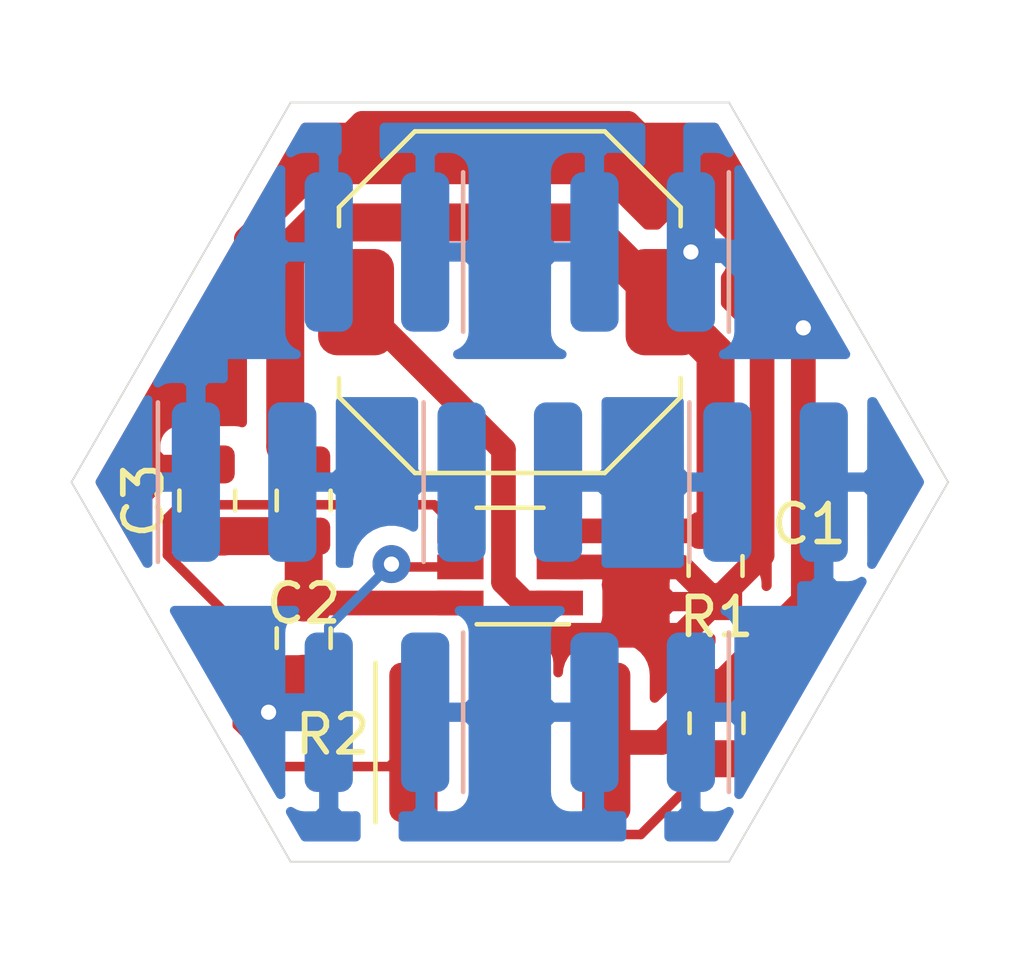
<source format=kicad_pcb>
(kicad_pcb (version 20171130) (host pcbnew "(5.1.10)-1")

  (general
    (thickness 1.6)
    (drawings 6)
    (tracks 65)
    (zones 0)
    (modules 15)
    (nets 13)
  )

  (page A4)
  (layers
    (0 F.Cu signal)
    (31 B.Cu signal)
    (32 B.Adhes user)
    (33 F.Adhes user)
    (34 B.Paste user)
    (35 F.Paste user)
    (36 B.SilkS user)
    (37 F.SilkS user)
    (38 B.Mask user)
    (39 F.Mask user)
    (40 Dwgs.User user)
    (41 Cmts.User user)
    (42 Eco1.User user)
    (43 Eco2.User user)
    (44 Edge.Cuts user)
    (45 Margin user)
    (46 B.CrtYd user)
    (47 F.CrtYd user)
    (48 B.Fab user)
    (49 F.Fab user)
  )

  (setup
    (last_trace_width 0.25)
    (trace_clearance 0.2)
    (zone_clearance 0.508)
    (zone_45_only no)
    (trace_min 0.2)
    (via_size 1)
    (via_drill 0.4)
    (via_min_size 0.4)
    (via_min_drill 0.3)
    (uvia_size 0.3)
    (uvia_drill 0.1)
    (uvias_allowed no)
    (uvia_min_size 0.2)
    (uvia_min_drill 0.1)
    (edge_width 0.05)
    (segment_width 0.2)
    (pcb_text_width 0.3)
    (pcb_text_size 1.5 1.5)
    (mod_edge_width 0.12)
    (mod_text_size 1 1)
    (mod_text_width 0.15)
    (pad_size 1.27 4.2)
    (pad_drill 0)
    (pad_to_mask_clearance 0.05)
    (aux_axis_origin 0 0)
    (visible_elements 7FFFFFFF)
    (pcbplotparams
      (layerselection 0x010fc_ffffffff)
      (usegerberextensions false)
      (usegerberattributes true)
      (usegerberadvancedattributes true)
      (creategerberjobfile true)
      (excludeedgelayer true)
      (linewidth 0.100000)
      (plotframeref false)
      (viasonmask false)
      (mode 1)
      (useauxorigin false)
      (hpglpennumber 1)
      (hpglpenspeed 20)
      (hpglpendiameter 15.000000)
      (psnegative false)
      (psa4output false)
      (plotreference true)
      (plotvalue true)
      (plotinvisibletext false)
      (padsonsilk false)
      (subtractmaskfromsilk false)
      (outputformat 1)
      (mirror false)
      (drillshape 1)
      (scaleselection 1)
      (outputdirectory ""))
  )

  (net 0 "")
  (net 1 GND)
  (net 2 VS)
  (net 3 "Net-(D1-Pad2)")
  (net 4 "Net-(D1-Pad1)")
  (net 5 "Net-(D2-Pad1)")
  (net 6 "Net-(D3-Pad1)")
  (net 7 "Net-(D4-Pad1)")
  (net 8 "Net-(D5-Pad1)")
  (net 9 "Net-(D6-Pad1)")
  (net 10 "Net-(L1-Pad2)")
  (net 11 "Net-(C2-Pad2)")
  (net 12 "Net-(J1-Pad1)")

  (net_class Default "This is the default net class."
    (clearance 0.2)
    (trace_width 0.25)
    (via_dia 1)
    (via_drill 0.4)
    (uvia_dia 0.3)
    (uvia_drill 0.1)
    (add_net "Net-(D1-Pad1)")
    (add_net "Net-(D1-Pad2)")
    (add_net "Net-(D2-Pad1)")
    (add_net "Net-(D3-Pad1)")
    (add_net "Net-(D4-Pad1)")
    (add_net "Net-(D5-Pad1)")
    (add_net "Net-(D6-Pad1)")
    (add_net "Net-(J1-Pad1)")
  )

  (net_class 300mA ""
    (clearance 0.2)
    (trace_width 0.65)
    (via_dia 1)
    (via_drill 0.4)
    (uvia_dia 0.3)
    (uvia_drill 0.1)
    (add_net GND)
    (add_net "Net-(C2-Pad2)")
    (add_net "Net-(L1-Pad2)")
    (add_net VS)
  )

  (module Capacitor_SMD:C_0805_2012Metric (layer F.Cu) (tedit 5F68FEEE) (tstamp 618D9625)
    (at 137.46 79.225 90)
    (descr "Capacitor SMD 0805 (2012 Metric), square (rectangular) end terminal, IPC_7351 nominal, (Body size source: IPC-SM-782 page 76, https://www.pcb-3d.com/wordpress/wp-content/uploads/ipc-sm-782a_amendment_1_and_2.pdf, https://docs.google.com/spreadsheets/d/1BsfQQcO9C6DZCsRaXUlFlo91Tg2WpOkGARC1WS5S8t0/edit?usp=sharing), generated with kicad-footprint-generator")
    (tags capacitor)
    (path /618DDA83)
    (attr smd)
    (fp_text reference C3 (at 0 -1.68 90) (layer F.SilkS)
      (effects (font (size 1 1) (thickness 0.15)))
    )
    (fp_text value 10uF (at 0 1.68 90) (layer F.Fab)
      (effects (font (size 1 1) (thickness 0.15)))
    )
    (fp_text user %R (at 0 0 90) (layer F.Fab)
      (effects (font (size 0.5 0.5) (thickness 0.08)))
    )
    (fp_line (start -1 0.625) (end -1 -0.625) (layer F.Fab) (width 0.1))
    (fp_line (start -1 -0.625) (end 1 -0.625) (layer F.Fab) (width 0.1))
    (fp_line (start 1 -0.625) (end 1 0.625) (layer F.Fab) (width 0.1))
    (fp_line (start 1 0.625) (end -1 0.625) (layer F.Fab) (width 0.1))
    (fp_line (start -0.261252 -0.735) (end 0.261252 -0.735) (layer F.SilkS) (width 0.12))
    (fp_line (start -0.261252 0.735) (end 0.261252 0.735) (layer F.SilkS) (width 0.12))
    (fp_line (start -1.7 0.98) (end -1.7 -0.98) (layer F.CrtYd) (width 0.05))
    (fp_line (start -1.7 -0.98) (end 1.7 -0.98) (layer F.CrtYd) (width 0.05))
    (fp_line (start 1.7 -0.98) (end 1.7 0.98) (layer F.CrtYd) (width 0.05))
    (fp_line (start 1.7 0.98) (end -1.7 0.98) (layer F.CrtYd) (width 0.05))
    (pad 2 smd roundrect (at 0.95 0 90) (size 1 1.45) (layers F.Cu F.Paste F.Mask) (roundrect_rratio 0.25)
      (net 1 GND))
    (pad 1 smd roundrect (at -0.95 0 90) (size 1 1.45) (layers F.Cu F.Paste F.Mask) (roundrect_rratio 0.25)
      (net 11 "Net-(C2-Pad2)"))
    (model ${KISYS3DMOD}/Capacitor_SMD.3dshapes/C_0805_2012Metric.wrl
      (at (xyz 0 0 0))
      (scale (xyz 1 1 1))
      (rotate (xyz 0 0 0))
    )
  )

  (module IRheating:91601-302LF (layer B.Cu) (tedit 618D2B19) (tstamp 618C874A)
    (at 143.2 84.8022 180)
    (path /618C0BB3)
    (fp_text reference D1 (at 1.5 3) (layer B.SilkS) hide
      (effects (font (size 1 1) (thickness 0.15)) (justify mirror))
    )
    (fp_text value "SFH 4550" (at 1.5 -3.5) (layer B.Fab)
      (effects (font (size 1 1) (thickness 0.15)) (justify mirror))
    )
    (fp_line (start -1 2.1) (end -1 -2.1) (layer B.SilkS) (width 0.12))
    (pad 2 smd roundrect (at 2.54 0 180) (size 1.27 4.2) (layers B.Cu B.Paste B.Mask) (roundrect_rratio 0.25)
      (net 3 "Net-(D1-Pad2)"))
    (pad 1 smd roundrect (at 0 0 180) (size 1.27 4.2) (layers B.Cu B.Paste B.Mask) (roundrect_rratio 0.25)
      (net 4 "Net-(D1-Pad1)"))
    (model ${KIPRJMOD}/91601-302LFc.stp
      (offset (xyz 1.27 0 7.2))
      (scale (xyz 1 1 1))
      (rotate (xyz -90 0 0))
    )
    (model ${KISYS3DMOD}/LED_THT.3dshapes/LED_D5.0mm.step
      (offset (xyz 0 0 4.5))
      (scale (xyz 1 1 1))
      (rotate (xyz 0 0 0))
    )
  )

  (module IRheating:91601-302LF (layer B.Cu) (tedit 618D2B19) (tstamp 618C854A)
    (at 150.2 84.8022 180)
    (path /618C703C)
    (fp_text reference D2 (at 1.5 3) (layer B.SilkS) hide
      (effects (font (size 1 1) (thickness 0.15)) (justify mirror))
    )
    (fp_text value "SFH 4550" (at 1.5 -3.5) (layer B.Fab)
      (effects (font (size 1 1) (thickness 0.15)) (justify mirror))
    )
    (fp_line (start -1 2.1) (end -1 -2.1) (layer B.SilkS) (width 0.12))
    (pad 2 smd roundrect (at 2.54 0 180) (size 1.27 4.2) (layers B.Cu B.Paste B.Mask) (roundrect_rratio 0.25)
      (net 4 "Net-(D1-Pad1)"))
    (pad 1 smd roundrect (at 0 0 180) (size 1.27 4.2) (layers B.Cu B.Paste B.Mask) (roundrect_rratio 0.25)
      (net 5 "Net-(D2-Pad1)"))
    (model ${KIPRJMOD}/91601-302LFc.stp
      (offset (xyz 1.27 0 7.2))
      (scale (xyz 1 1 1))
      (rotate (xyz -90 0 0))
    )
    (model ${KISYS3DMOD}/LED_THT.3dshapes/LED_D5.0mm.step
      (offset (xyz 0 0 4.5))
      (scale (xyz 1 1 1))
      (rotate (xyz 0 0 0))
    )
  )

  (module IRheating:91601-302LF (layer B.Cu) (tedit 618D2B19) (tstamp 618C880A)
    (at 151.16 78.74)
    (path /618C7460)
    (fp_text reference D3 (at 1.5 3) (layer B.SilkS) hide
      (effects (font (size 1 1) (thickness 0.15)) (justify mirror))
    )
    (fp_text value "SFH 4550" (at 1.5 -3.5) (layer B.Fab)
      (effects (font (size 1 1) (thickness 0.15)) (justify mirror))
    )
    (fp_line (start -1 2.1) (end -1 -2.1) (layer B.SilkS) (width 0.12))
    (pad 2 smd roundrect (at 2.54 0) (size 1.27 4.2) (layers B.Cu B.Paste B.Mask) (roundrect_rratio 0.25)
      (net 5 "Net-(D2-Pad1)"))
    (pad 1 smd roundrect (at 0 0) (size 1.27 4.2) (layers B.Cu B.Paste B.Mask) (roundrect_rratio 0.25)
      (net 6 "Net-(D3-Pad1)"))
    (model ${KIPRJMOD}/91601-302LFc.stp
      (offset (xyz 1.27 0 7.2))
      (scale (xyz 1 1 1))
      (rotate (xyz -90 0 0))
    )
    (model ${KISYS3DMOD}/LED_THT.3dshapes/LED_D5.0mm.step
      (offset (xyz 0 0 4.5))
      (scale (xyz 1 1 1))
      (rotate (xyz 0 0 0))
    )
  )

  (module IRheating:91601-302LF (layer B.Cu) (tedit 618D2B19) (tstamp 618CA7CA)
    (at 144.16 78.74)
    (path /618C746A)
    (fp_text reference D4 (at 1.5 3) (layer B.SilkS) hide
      (effects (font (size 1 1) (thickness 0.15)) (justify mirror))
    )
    (fp_text value "SFH 4550" (at 1.5 -3.5) (layer B.Fab)
      (effects (font (size 1 1) (thickness 0.15)) (justify mirror))
    )
    (fp_line (start -1 2.1) (end -1 -2.1) (layer B.SilkS) (width 0.12))
    (pad 2 smd roundrect (at 2.54 0) (size 1.27 4.2) (layers B.Cu B.Paste B.Mask) (roundrect_rratio 0.25)
      (net 6 "Net-(D3-Pad1)"))
    (pad 1 smd roundrect (at 0 0) (size 1.27 4.2) (layers B.Cu B.Paste B.Mask) (roundrect_rratio 0.25)
      (net 7 "Net-(D4-Pad1)"))
    (model ${KIPRJMOD}/91601-302LFc.stp
      (offset (xyz 1.27 0 7.2))
      (scale (xyz 1 1 1))
      (rotate (xyz -90 0 0))
    )
    (model ${KISYS3DMOD}/LED_THT.3dshapes/LED_D5.0mm.step
      (offset (xyz 0 0 4.5))
      (scale (xyz 1 1 1))
      (rotate (xyz 0 0 0))
    )
  )

  (module IRheating:91601-302LF (layer B.Cu) (tedit 618D2B19) (tstamp 618D973F)
    (at 137.16 78.74)
    (path /618C7F3C)
    (fp_text reference D5 (at 1.5 3) (layer B.SilkS) hide
      (effects (font (size 1 1) (thickness 0.15)) (justify mirror))
    )
    (fp_text value "SFH 4550" (at 1.5 -3.5) (layer B.Fab)
      (effects (font (size 1 1) (thickness 0.15)) (justify mirror))
    )
    (fp_line (start -1 2.1) (end -1 -2.1) (layer B.SilkS) (width 0.12))
    (pad 2 smd roundrect (at 2.54 0) (size 1.27 4.2) (layers B.Cu B.Paste B.Mask) (roundrect_rratio 0.25)
      (net 7 "Net-(D4-Pad1)"))
    (pad 1 smd roundrect (at 0 0) (size 1.27 4.2) (layers B.Cu B.Paste B.Mask) (roundrect_rratio 0.25)
      (net 8 "Net-(D5-Pad1)"))
    (model ${KIPRJMOD}/91601-302LFc.stp
      (offset (xyz 1.27 0 7.2))
      (scale (xyz 1 1 1))
      (rotate (xyz -90 0 0))
    )
    (model ${KISYS3DMOD}/LED_THT.3dshapes/LED_D5.0mm.step
      (offset (xyz 0 0 4.5))
      (scale (xyz 1 1 1))
      (rotate (xyz 0 0 0))
    )
  )

  (module IRheating:91601-302LF (layer B.Cu) (tedit 618D2B19) (tstamp 618C85A2)
    (at 143.2 72.6778 180)
    (path /618C7F46)
    (fp_text reference D6 (at 1.5 3) (layer B.SilkS) hide
      (effects (font (size 1 1) (thickness 0.15)) (justify mirror))
    )
    (fp_text value "SFH 4550" (at 1.5 -3.5) (layer B.Fab)
      (effects (font (size 1 1) (thickness 0.15)) (justify mirror))
    )
    (fp_line (start -1 2.1) (end -1 -2.1) (layer B.SilkS) (width 0.12))
    (pad 2 smd roundrect (at 2.54 0 180) (size 1.27 4.2) (layers B.Cu B.Paste B.Mask) (roundrect_rratio 0.25)
      (net 8 "Net-(D5-Pad1)"))
    (pad 1 smd roundrect (at 0 0 180) (size 1.27 4.2) (layers B.Cu B.Paste B.Mask) (roundrect_rratio 0.25)
      (net 9 "Net-(D6-Pad1)"))
    (model ${KIPRJMOD}/91601-302LFc.stp
      (offset (xyz 1.27 0 7.2))
      (scale (xyz 1 1 1))
      (rotate (xyz -90 0 0))
    )
    (model ${KISYS3DMOD}/LED_THT.3dshapes/LED_D5.0mm.step
      (offset (xyz 0 0 4.5))
      (scale (xyz 1 1 1))
      (rotate (xyz 0 0 0))
    )
  )

  (module IRheating:91601-302LF (layer B.Cu) (tedit 618D7B62) (tstamp 618C85B8)
    (at 150.2 72.6778 180)
    (path /618C7F50)
    (fp_text reference D7 (at 1.5 3) (layer B.SilkS) hide
      (effects (font (size 1 1) (thickness 0.15)) (justify mirror))
    )
    (fp_text value "SFH 4550" (at 1.5 -3.5) (layer B.Fab)
      (effects (font (size 1 1) (thickness 0.15)) (justify mirror))
    )
    (fp_line (start -1 2.1) (end -1 -2.1) (layer B.SilkS) (width 0.12))
    (pad 2 smd roundrect (at 2.54 0 180) (size 1.27 4.2) (layers B.Cu B.Paste B.Mask) (roundrect_rratio 0.25)
      (net 9 "Net-(D6-Pad1)"))
    (pad 1 smd roundrect (at 0 0 180) (size 1.27 4.2) (layers B.Cu B.Paste B.Mask) (roundrect_rratio 0.25)
      (net 2 VS))
    (model ${KIPRJMOD}/91601-302LFc.stp
      (offset (xyz 1.27 0 7.2))
      (scale (xyz 1 1 1))
      (rotate (xyz -90 0 0))
    )
    (model ${KISYS3DMOD}/LED_THT.3dshapes/LED_D5.0mm.step
      (offset (xyz 0 0 4.5))
      (scale (xyz 1 1 1))
      (rotate (xyz 0 0 0))
    )
  )

  (module IRheating:CDRH8D58 (layer F.Cu) (tedit 618D2976) (tstamp 618C85D1)
    (at 145.43 74 180)
    (path /618CE241)
    (fp_text reference L1 (at 0 -5.5) (layer F.SilkS) hide
      (effects (font (size 1 1) (thickness 0.15)))
    )
    (fp_text value 68uH (at 0 2.5) (layer F.Fab)
      (effects (font (size 1 1) (thickness 0.15)))
    )
    (fp_line (start -4.5 2.5) (end -4.5 2) (layer F.SilkS) (width 0.12))
    (fp_line (start -2.5 4.5) (end -4.5 2.5) (layer F.SilkS) (width 0.12))
    (fp_line (start 2.5 4.5) (end -2.5 4.5) (layer F.SilkS) (width 0.12))
    (fp_line (start 4.5 2.5) (end 2.5 4.5) (layer F.SilkS) (width 0.12))
    (fp_line (start 4.5 2) (end 4.5 2.5) (layer F.SilkS) (width 0.12))
    (fp_line (start 4.5 -2.5) (end 4.5 -2) (layer F.SilkS) (width 0.12))
    (fp_line (start 2.5 -4.5) (end 4.5 -2.5) (layer F.SilkS) (width 0.12))
    (fp_line (start -2.5 -4.5) (end 2.5 -4.5) (layer F.SilkS) (width 0.12))
    (fp_line (start -4.5 -2.5) (end -2.5 -4.5) (layer F.SilkS) (width 0.12))
    (fp_line (start -4.5 -2) (end -4.5 -2.5) (layer F.SilkS) (width 0.12))
    (fp_line (start -5 3) (end -5 -3) (layer F.CrtYd) (width 0.12))
    (fp_line (start -3 5) (end -5 3) (layer F.CrtYd) (width 0.12))
    (fp_line (start 3 5) (end -3 5) (layer F.CrtYd) (width 0.12))
    (fp_line (start 5 3) (end 3 5) (layer F.CrtYd) (width 0.12))
    (fp_line (start 5 2.5) (end 5 3) (layer F.CrtYd) (width 0.12))
    (fp_line (start 5 -3) (end 5 2.5) (layer F.CrtYd) (width 0.12))
    (fp_line (start 3 -5) (end 5 -3) (layer F.CrtYd) (width 0.12))
    (fp_line (start -3 -5) (end 3 -5) (layer F.CrtYd) (width 0.12))
    (fp_line (start -5 -3) (end -3 -5) (layer F.CrtYd) (width 0.12))
    (pad 2 smd roundrect (at 4.05 0 180) (size 2 2.8) (layers F.Cu F.Paste F.Mask) (roundrect_rratio 0.25)
      (net 10 "Net-(L1-Pad2)"))
    (pad 1 smd roundrect (at -4.05 0 180) (size 2 2.8) (layers F.Cu F.Paste F.Mask) (roundrect_rratio 0.25)
      (net 2 VS))
    (model ${KIPRJMOD}/CDRH8D58.stp
      (at (xyz 0 0 0))
      (scale (xyz 1 1 1))
      (rotate (xyz 0 0 0))
    )
  )

  (module IRheating:91601-303LF (layer F.Cu) (tedit 618D29A1) (tstamp 618C9608)
    (at 142.89 85.598)
    (path /618F82B6)
    (fp_text reference J1 (at 1.5 -3) (layer F.SilkS) hide
      (effects (font (size 1 1) (thickness 0.15)))
    )
    (fp_text value PWR (at 1.5 3.5) (layer F.Fab)
      (effects (font (size 1 1) (thickness 0.15)))
    )
    (fp_line (start -1 -2.1) (end -1 2.1) (layer F.SilkS) (width 0.12))
    (pad 3 smd roundrect (at 5.08 0) (size 1.27 4.2) (layers F.Cu F.Paste F.Mask) (roundrect_rratio 0.25)
      (net 2 VS))
    (pad 2 smd roundrect (at 2.54 0) (size 1.27 4.2) (layers F.Cu F.Paste F.Mask) (roundrect_rratio 0.25)
      (net 1 GND))
    (pad 1 smd roundrect (at 0 0) (size 1.27 4.2) (layers F.Cu F.Paste F.Mask) (roundrect_rratio 0.25)
      (net 12 "Net-(J1-Pad1)"))
    (model ${KIPRJMOD}/91601-303LFc.stp
      (offset (xyz 2.54 0 7.15))
      (scale (xyz 1 1 1))
      (rotate (xyz -90 0 0))
    )
  )

  (module Package_TO_SOT_SMD:TSOT-23-6 (layer F.Cu) (tedit 5A02FF57) (tstamp 618D92A1)
    (at 145.4375 80.975 180)
    (descr "6-pin TSOT23 package, http://cds.linear.com/docs/en/packaging/SOT_6_05-08-1636.pdf")
    (tags "TSOT-23-6 MK06A TSOT-6")
    (path /618CBDD6)
    (attr smd)
    (fp_text reference U1 (at 0 -2.45) (layer F.SilkS) hide
      (effects (font (size 1 1) (thickness 0.15)))
    )
    (fp_text value SC4541 (at 0 2.5) (layer F.Fab)
      (effects (font (size 1 1) (thickness 0.15)))
    )
    (fp_line (start -0.88 1.56) (end 0.88 1.56) (layer F.SilkS) (width 0.12))
    (fp_line (start 0.88 -1.51) (end -1.55 -1.51) (layer F.SilkS) (width 0.12))
    (fp_line (start -0.88 -1) (end -0.43 -1.45) (layer F.Fab) (width 0.1))
    (fp_line (start 0.88 -1.45) (end -0.43 -1.45) (layer F.Fab) (width 0.1))
    (fp_line (start -0.88 -1) (end -0.88 1.45) (layer F.Fab) (width 0.1))
    (fp_line (start 0.88 1.45) (end -0.88 1.45) (layer F.Fab) (width 0.1))
    (fp_line (start 0.88 -1.45) (end 0.88 1.45) (layer F.Fab) (width 0.1))
    (fp_line (start -2.17 -1.7) (end 2.17 -1.7) (layer F.CrtYd) (width 0.05))
    (fp_line (start -2.17 -1.7) (end -2.17 1.7) (layer F.CrtYd) (width 0.05))
    (fp_line (start 2.17 1.7) (end 2.17 -1.7) (layer F.CrtYd) (width 0.05))
    (fp_line (start 2.17 1.7) (end -2.17 1.7) (layer F.CrtYd) (width 0.05))
    (fp_text user %R (at 0 0 90) (layer F.Fab)
      (effects (font (size 0.5 0.5) (thickness 0.075)))
    )
    (pad 6 smd rect (at 1.31 -0.95 180) (size 1.22 0.65) (layers F.Cu F.Paste F.Mask)
      (net 11 "Net-(C2-Pad2)"))
    (pad 5 smd rect (at 1.31 0 180) (size 1.22 0.65) (layers F.Cu F.Paste F.Mask)
      (net 3 "Net-(D1-Pad2)"))
    (pad 4 smd rect (at 1.31 0.95 180) (size 1.22 0.65) (layers F.Cu F.Paste F.Mask)
      (net 12 "Net-(J1-Pad1)"))
    (pad 3 smd rect (at -1.31 0.95 180) (size 1.22 0.65) (layers F.Cu F.Paste F.Mask)
      (net 2 VS))
    (pad 2 smd rect (at -1.31 0 180) (size 1.22 0.65) (layers F.Cu F.Paste F.Mask)
      (net 1 GND))
    (pad 1 smd rect (at -1.31 -0.95 180) (size 1.22 0.65) (layers F.Cu F.Paste F.Mask)
      (net 10 "Net-(L1-Pad2)"))
    (model ${KISYS3DMOD}/Package_TO_SOT_SMD.3dshapes/TSOT-23-6.wrl
      (at (xyz 0 0 0))
      (scale (xyz 1 1 1))
      (rotate (xyz 0 0 0))
    )
  )

  (module Resistor_SMD:R_0805_2012Metric (layer F.Cu) (tedit 5B36C52B) (tstamp 618CC7E0)
    (at 140 82.85 270)
    (descr "Resistor SMD 0805 (2012 Metric), square (rectangular) end terminal, IPC_7351 nominal, (Body size source: https://docs.google.com/spreadsheets/d/1BsfQQcO9C6DZCsRaXUlFlo91Tg2WpOkGARC1WS5S8t0/edit?usp=sharing), generated with kicad-footprint-generator")
    (tags resistor)
    (path /618CEE01)
    (attr smd)
    (fp_text reference R2 (at 2.54 -0.762 180) (layer F.SilkS)
      (effects (font (size 1 1) (thickness 0.15)))
    )
    (fp_text value 2 (at 0 1.65 90) (layer F.Fab)
      (effects (font (size 1 1) (thickness 0.15)))
    )
    (fp_line (start -1 0.6) (end -1 -0.6) (layer F.Fab) (width 0.1))
    (fp_line (start -1 -0.6) (end 1 -0.6) (layer F.Fab) (width 0.1))
    (fp_line (start 1 -0.6) (end 1 0.6) (layer F.Fab) (width 0.1))
    (fp_line (start 1 0.6) (end -1 0.6) (layer F.Fab) (width 0.1))
    (fp_line (start -0.258578 -0.71) (end 0.258578 -0.71) (layer F.SilkS) (width 0.12))
    (fp_line (start -0.258578 0.71) (end 0.258578 0.71) (layer F.SilkS) (width 0.12))
    (fp_line (start -1.68 0.95) (end -1.68 -0.95) (layer F.CrtYd) (width 0.05))
    (fp_line (start -1.68 -0.95) (end 1.68 -0.95) (layer F.CrtYd) (width 0.05))
    (fp_line (start 1.68 -0.95) (end 1.68 0.95) (layer F.CrtYd) (width 0.05))
    (fp_line (start 1.68 0.95) (end -1.68 0.95) (layer F.CrtYd) (width 0.05))
    (fp_text user %R (at 0 0 90) (layer F.Fab)
      (effects (font (size 0.5 0.5) (thickness 0.08)))
    )
    (pad 2 smd roundrect (at 0.9375 0 270) (size 0.975 1.4) (layers F.Cu F.Paste F.Mask) (roundrect_rratio 0.25)
      (net 3 "Net-(D1-Pad2)"))
    (pad 1 smd roundrect (at -0.9375 0 270) (size 0.975 1.4) (layers F.Cu F.Paste F.Mask) (roundrect_rratio 0.25)
      (net 11 "Net-(C2-Pad2)"))
    (model ${KISYS3DMOD}/Resistor_SMD.3dshapes/R_0805_2012Metric.wrl
      (at (xyz 0 0 0))
      (scale (xyz 1 1 1))
      (rotate (xyz 0 0 0))
    )
  )

  (module Resistor_SMD:R_0805_2012Metric (layer F.Cu) (tedit 5B36C52B) (tstamp 618CBCA5)
    (at 150.876 85.09 90)
    (descr "Resistor SMD 0805 (2012 Metric), square (rectangular) end terminal, IPC_7351 nominal, (Body size source: https://docs.google.com/spreadsheets/d/1BsfQQcO9C6DZCsRaXUlFlo91Tg2WpOkGARC1WS5S8t0/edit?usp=sharing), generated with kicad-footprint-generator")
    (tags resistor)
    (path /618E2570)
    (attr smd)
    (fp_text reference R1 (at 2.794 0 180) (layer F.SilkS)
      (effects (font (size 1 1) (thickness 0.15)))
    )
    (fp_text value 10k (at 0 1.65 90) (layer F.Fab)
      (effects (font (size 1 1) (thickness 0.15)))
    )
    (fp_line (start -1 0.6) (end -1 -0.6) (layer F.Fab) (width 0.1))
    (fp_line (start -1 -0.6) (end 1 -0.6) (layer F.Fab) (width 0.1))
    (fp_line (start 1 -0.6) (end 1 0.6) (layer F.Fab) (width 0.1))
    (fp_line (start 1 0.6) (end -1 0.6) (layer F.Fab) (width 0.1))
    (fp_line (start -0.258578 -0.71) (end 0.258578 -0.71) (layer F.SilkS) (width 0.12))
    (fp_line (start -0.258578 0.71) (end 0.258578 0.71) (layer F.SilkS) (width 0.12))
    (fp_line (start -1.68 0.95) (end -1.68 -0.95) (layer F.CrtYd) (width 0.05))
    (fp_line (start -1.68 -0.95) (end 1.68 -0.95) (layer F.CrtYd) (width 0.05))
    (fp_line (start 1.68 -0.95) (end 1.68 0.95) (layer F.CrtYd) (width 0.05))
    (fp_line (start 1.68 0.95) (end -1.68 0.95) (layer F.CrtYd) (width 0.05))
    (fp_text user %R (at 0 0 90) (layer F.Fab)
      (effects (font (size 0.5 0.5) (thickness 0.08)))
    )
    (pad 2 smd roundrect (at 0.9375 0 90) (size 0.975 1.4) (layers F.Cu F.Paste F.Mask) (roundrect_rratio 0.25)
      (net 2 VS))
    (pad 1 smd roundrect (at -0.9375 0 90) (size 0.975 1.4) (layers F.Cu F.Paste F.Mask) (roundrect_rratio 0.25)
      (net 12 "Net-(J1-Pad1)"))
    (model ${KISYS3DMOD}/Resistor_SMD.3dshapes/R_0805_2012Metric.wrl
      (at (xyz 0 0 0))
      (scale (xyz 1 1 1))
      (rotate (xyz 0 0 0))
    )
  )

  (module Capacitor_SMD:C_0805_2012Metric (layer F.Cu) (tedit 5B36C52B) (tstamp 618D9803)
    (at 140 79.225 270)
    (descr "Capacitor SMD 0805 (2012 Metric), square (rectangular) end terminal, IPC_7351 nominal, (Body size source: https://docs.google.com/spreadsheets/d/1BsfQQcO9C6DZCsRaXUlFlo91Tg2WpOkGARC1WS5S8t0/edit?usp=sharing), generated with kicad-footprint-generator")
    (tags capacitor)
    (path /618CCEBA)
    (attr smd)
    (fp_text reference C2 (at 2.7155 0 180) (layer F.SilkS)
      (effects (font (size 1 1) (thickness 0.15)))
    )
    (fp_text value 10uF (at 0 1.65 90) (layer F.Fab)
      (effects (font (size 1 1) (thickness 0.15)))
    )
    (fp_line (start -1 0.6) (end -1 -0.6) (layer F.Fab) (width 0.1))
    (fp_line (start -1 -0.6) (end 1 -0.6) (layer F.Fab) (width 0.1))
    (fp_line (start 1 -0.6) (end 1 0.6) (layer F.Fab) (width 0.1))
    (fp_line (start 1 0.6) (end -1 0.6) (layer F.Fab) (width 0.1))
    (fp_line (start -0.258578 -0.71) (end 0.258578 -0.71) (layer F.SilkS) (width 0.12))
    (fp_line (start -0.258578 0.71) (end 0.258578 0.71) (layer F.SilkS) (width 0.12))
    (fp_line (start -1.68 0.95) (end -1.68 -0.95) (layer F.CrtYd) (width 0.05))
    (fp_line (start -1.68 -0.95) (end 1.68 -0.95) (layer F.CrtYd) (width 0.05))
    (fp_line (start 1.68 -0.95) (end 1.68 0.95) (layer F.CrtYd) (width 0.05))
    (fp_line (start 1.68 0.95) (end -1.68 0.95) (layer F.CrtYd) (width 0.05))
    (fp_text user %R (at 0 0 90) (layer F.Fab)
      (effects (font (size 0.5 0.5) (thickness 0.08)))
    )
    (pad 2 smd roundrect (at 0.9375 0 270) (size 0.975 1.4) (layers F.Cu F.Paste F.Mask) (roundrect_rratio 0.25)
      (net 11 "Net-(C2-Pad2)"))
    (pad 1 smd roundrect (at -0.9375 0 270) (size 0.975 1.4) (layers F.Cu F.Paste F.Mask) (roundrect_rratio 0.25)
      (net 2 VS))
    (model ${KISYS3DMOD}/Capacitor_SMD.3dshapes/C_0805_2012Metric.wrl
      (at (xyz 0 0 0))
      (scale (xyz 1 1 1))
      (rotate (xyz 0 0 0))
    )
  )

  (module Capacitor_SMD:C_0805_2012Metric (layer F.Cu) (tedit 5B36C52B) (tstamp 618D98CB)
    (at 150.85 80.95 270)
    (descr "Capacitor SMD 0805 (2012 Metric), square (rectangular) end terminal, IPC_7351 nominal, (Body size source: https://docs.google.com/spreadsheets/d/1BsfQQcO9C6DZCsRaXUlFlo91Tg2WpOkGARC1WS5S8t0/edit?usp=sharing), generated with kicad-footprint-generator")
    (tags capacitor)
    (path /618CD937)
    (attr smd)
    (fp_text reference C1 (at -1.1 -2.4625 180) (layer F.SilkS)
      (effects (font (size 1 1) (thickness 0.15)))
    )
    (fp_text value 10uF (at 0 1.65 90) (layer F.Fab)
      (effects (font (size 1 1) (thickness 0.15)))
    )
    (fp_line (start -1 0.6) (end -1 -0.6) (layer F.Fab) (width 0.1))
    (fp_line (start -1 -0.6) (end 1 -0.6) (layer F.Fab) (width 0.1))
    (fp_line (start 1 -0.6) (end 1 0.6) (layer F.Fab) (width 0.1))
    (fp_line (start 1 0.6) (end -1 0.6) (layer F.Fab) (width 0.1))
    (fp_line (start -0.258578 -0.71) (end 0.258578 -0.71) (layer F.SilkS) (width 0.12))
    (fp_line (start -0.258578 0.71) (end 0.258578 0.71) (layer F.SilkS) (width 0.12))
    (fp_line (start -1.68 0.95) (end -1.68 -0.95) (layer F.CrtYd) (width 0.05))
    (fp_line (start -1.68 -0.95) (end 1.68 -0.95) (layer F.CrtYd) (width 0.05))
    (fp_line (start 1.68 -0.95) (end 1.68 0.95) (layer F.CrtYd) (width 0.05))
    (fp_line (start 1.68 0.95) (end -1.68 0.95) (layer F.CrtYd) (width 0.05))
    (fp_text user %R (at 0 0 90) (layer F.Fab)
      (effects (font (size 0.5 0.5) (thickness 0.08)))
    )
    (pad 2 smd roundrect (at 0.9375 0 270) (size 0.975 1.4) (layers F.Cu F.Paste F.Mask) (roundrect_rratio 0.25)
      (net 1 GND))
    (pad 1 smd roundrect (at -0.9375 0 270) (size 0.975 1.4) (layers F.Cu F.Paste F.Mask) (roundrect_rratio 0.25)
      (net 2 VS))
    (model ${KISYS3DMOD}/Capacitor_SMD.3dshapes/C_0805_2012Metric.wrl
      (at (xyz 0 0 0))
      (scale (xyz 1 1 1))
      (rotate (xyz 0 0 0))
    )
  )

  (gr_line (start 133.883 78.74) (end 139.656 68.74) (layer Edge.Cuts) (width 0.05) (tstamp 618C92A1))
  (gr_line (start 139.656 88.74) (end 133.883 78.74) (layer Edge.Cuts) (width 0.05))
  (gr_line (start 156.977 78.74) (end 151.204 88.74) (layer Edge.Cuts) (width 0.05) (tstamp 618C92A0))
  (gr_line (start 151.204 68.74) (end 156.977 78.74) (layer Edge.Cuts) (width 0.05))
  (gr_line (start 151.204 88.74) (end 139.656 88.74) (layer Edge.Cuts) (width 0.05))
  (gr_line (start 139.656 68.74) (end 151.204 68.74) (layer Edge.Cuts) (width 0.05))

  (segment (start 149.9375 80.975) (end 146.7475 80.975) (width 0.65) (layer F.Cu) (net 1))
  (segment (start 150.85 81.8875) (end 149.9375 80.975) (width 0.65) (layer F.Cu) (net 1))
  (segment (start 149.962499 82.775001) (end 150.85 81.8875) (width 0.65) (layer F.Cu) (net 1))
  (segment (start 146.152999 82.775001) (end 149.962499 82.775001) (width 0.65) (layer F.Cu) (net 1))
  (segment (start 145.43 83.498) (end 146.152999 82.775001) (width 0.65) (layer F.Cu) (net 1))
  (segment (start 145.43 85.598) (end 145.43 83.498) (width 0.65) (layer F.Cu) (net 1))
  (segment (start 148.53801 69.29001) (end 141.543335 69.29001) (width 0.65) (layer F.Cu) (net 1))
  (segment (start 152.07501 72.82701) (end 148.53801 69.29001) (width 0.65) (layer F.Cu) (net 1))
  (segment (start 141.543335 69.29001) (end 138.489463 72.343882) (width 0.65) (layer F.Cu) (net 1))
  (segment (start 152.07501 80.66249) (end 152.07501 72.82701) (width 0.65) (layer F.Cu) (net 1))
  (segment (start 150.85 81.8875) (end 152.07501 80.66249) (width 0.65) (layer F.Cu) (net 1))
  (segment (start 137.46 78.275) (end 137.46 74.63) (width 0.65) (layer F.Cu) (net 1))
  (segment (start 138.489463 73.600537) (end 138.489463 72.343882) (width 0.65) (layer F.Cu) (net 1))
  (segment (start 137.46 74.63) (end 138.489463 73.600537) (width 0.65) (layer F.Cu) (net 1))
  (segment (start 150.8375 80.025) (end 150.85 80.0125) (width 0.65) (layer F.Cu) (net 2))
  (segment (start 146.7475 80.025) (end 150.8375 80.025) (width 0.65) (layer F.Cu) (net 2))
  (segment (start 149.4305 85.598) (end 150.876 84.1525) (width 0.65) (layer F.Cu) (net 2))
  (segment (start 147.97 85.598) (end 149.4305 85.598) (width 0.65) (layer F.Cu) (net 2))
  (segment (start 150.85 75.37) (end 149.48 74) (width 1) (layer F.Cu) (net 2))
  (segment (start 150.85 80.0125) (end 150.85 75.37) (width 1) (layer F.Cu) (net 2))
  (segment (start 147.37999 71.89999) (end 149.48 74) (width 1) (layer F.Cu) (net 2))
  (segment (start 140.382938 71.89999) (end 147.37999 71.89999) (width 1) (layer F.Cu) (net 2))
  (segment (start 139.514473 72.768455) (end 140.382938 71.89999) (width 1) (layer F.Cu) (net 2))
  (segment (start 139.514473 77.801973) (end 139.514473 72.768455) (width 1) (layer F.Cu) (net 2))
  (segment (start 140 78.2875) (end 139.514473 77.801973) (width 1) (layer F.Cu) (net 2))
  (via (at 153.162 74.676) (size 1) (drill 0.4) (layers F.Cu B.Cu) (net 2))
  (segment (start 153.162 81.8665) (end 153.162 74.676) (width 0.65) (layer F.Cu) (net 2))
  (segment (start 150.876 84.1525) (end 153.162 81.8665) (width 0.65) (layer F.Cu) (net 2))
  (segment (start 153.162 74.676) (end 151.13 72.644) (width 0.65) (layer B.Cu) (net 2))
  (segment (start 150.2338 72.644) (end 150.2 72.6778) (width 0.65) (layer B.Cu) (net 2))
  (segment (start 151.13 72.644) (end 150.2338 72.644) (width 0.65) (layer B.Cu) (net 2))
  (via (at 150.2 72.6778) (size 1) (drill 0.4) (layers F.Cu B.Cu) (net 2))
  (segment (start 149.48 73.3978) (end 150.2 72.6778) (width 0.65) (layer F.Cu) (net 2))
  (segment (start 149.48 74) (end 149.48 73.3978) (width 0.65) (layer F.Cu) (net 2))
  (via (at 139.075 84.8022) (size 1) (drill 0.4) (layers F.Cu B.Cu) (net 3) (tstamp 618D9B06))
  (segment (start 139.075 84.8022) (end 140.66 84.8022) (width 1) (layer B.Cu) (net 3))
  (via (at 142.3125 80.9) (size 1) (drill 0.4) (layers F.Cu B.Cu) (net 3))
  (segment (start 142.3875 80.975) (end 142.3125 80.9) (width 0.25) (layer F.Cu) (net 3))
  (segment (start 144.1275 80.975) (end 142.3875 80.975) (width 0.25) (layer F.Cu) (net 3))
  (segment (start 140.66 82.5525) (end 140.66 84.8022) (width 0.25) (layer B.Cu) (net 3))
  (segment (start 142.3125 80.9) (end 140.66 82.5525) (width 0.25) (layer B.Cu) (net 3))
  (segment (start 139.075 84.7125) (end 140 83.7875) (width 1) (layer F.Cu) (net 3))
  (segment (start 139.075 84.8022) (end 139.075 84.7125) (width 1) (layer F.Cu) (net 3))
  (segment (start 145.262501 77.882501) (end 141.38 74) (width 0.65) (layer F.Cu) (net 10))
  (segment (start 146.7475 81.925) (end 145.817498 81.925) (width 0.65) (layer F.Cu) (net 10))
  (segment (start 145.817498 81.925) (end 145.262501 81.370003) (width 0.65) (layer F.Cu) (net 10))
  (segment (start 145.262501 81.370003) (end 145.262501 77.882501) (width 0.65) (layer F.Cu) (net 10))
  (segment (start 140.0125 81.925) (end 140 81.9125) (width 0.65) (layer F.Cu) (net 11))
  (segment (start 144.1275 81.925) (end 140.0125 81.925) (width 0.65) (layer F.Cu) (net 11))
  (segment (start 140 81.9125) (end 140 80.1625) (width 1) (layer F.Cu) (net 11))
  (segment (start 137.4725 80.1625) (end 137.46 80.175) (width 1) (layer F.Cu) (net 11))
  (segment (start 140 80.1625) (end 137.4725 80.1625) (width 1) (layer F.Cu) (net 11))
  (segment (start 148.88049 88.02301) (end 150.876 86.0275) (width 0.25) (layer F.Cu) (net 12))
  (segment (start 143.21501 88.02301) (end 148.88049 88.02301) (width 0.25) (layer F.Cu) (net 12))
  (segment (start 142.89 87.698) (end 143.21501 88.02301) (width 0.25) (layer F.Cu) (net 12))
  (segment (start 142.89 85.598) (end 142.89 87.698) (width 0.25) (layer F.Cu) (net 12))
  (segment (start 142.255 86.233) (end 142.89 85.598) (width 0.25) (layer F.Cu) (net 12))
  (segment (start 139.33906 86.233) (end 142.255 86.233) (width 0.25) (layer F.Cu) (net 12))
  (segment (start 138.24999 85.14393) (end 139.33906 86.233) (width 0.25) (layer F.Cu) (net 12))
  (segment (start 138.24999 82.50318) (end 138.24999 85.14393) (width 0.25) (layer F.Cu) (net 12))
  (segment (start 136.40999 80.66318) (end 138.24999 82.50318) (width 0.25) (layer F.Cu) (net 12))
  (segment (start 136.40999 79.68682) (end 136.40999 80.66318) (width 0.25) (layer F.Cu) (net 12))
  (segment (start 136.75932 79.33749) (end 136.40999 79.68682) (width 0.25) (layer F.Cu) (net 12))
  (segment (start 143.43999 79.33749) (end 136.75932 79.33749) (width 0.25) (layer F.Cu) (net 12))
  (segment (start 144.1275 80.025) (end 143.43999 79.33749) (width 0.25) (layer F.Cu) (net 12))

  (zone (net 9) (net_name "Net-(D6-Pad1)") (layer B.Cu) (tstamp 618D2A78) (hatch edge 0.508)
    (connect_pads (clearance 0.508))
    (min_thickness 0.254)
    (fill yes (arc_segments 32) (thermal_gap 0.508) (thermal_bridge_width 0.508))
    (polygon
      (pts
        (xy 149 75.5) (xy 142 75.5) (xy 142 68.5) (xy 149 68.5)
      )
    )
    (filled_polygon
      (pts
        (xy 148.873 70.312102) (xy 148.825537 70.223306) (xy 148.746185 70.126615) (xy 148.649494 70.047263) (xy 148.53918 69.988298)
        (xy 148.419482 69.951988) (xy 148.295 69.939728) (xy 147.94575 69.9428) (xy 147.787 70.10155) (xy 147.787 72.5508)
        (xy 147.807 72.5508) (xy 147.807 72.8048) (xy 147.787 72.8048) (xy 147.787 72.8248) (xy 147.533 72.8248)
        (xy 147.533 72.8048) (xy 146.54875 72.8048) (xy 146.39 72.96355) (xy 146.386928 74.7778) (xy 146.399188 74.902282)
        (xy 146.435498 75.02198) (xy 146.494463 75.132294) (xy 146.573815 75.228985) (xy 146.670506 75.308337) (xy 146.78082 75.367302)
        (xy 146.799604 75.373) (xy 144.060396 75.373) (xy 144.07918 75.367302) (xy 144.189494 75.308337) (xy 144.286185 75.228985)
        (xy 144.365537 75.132294) (xy 144.424502 75.02198) (xy 144.460812 74.902282) (xy 144.473072 74.7778) (xy 144.47 72.96355)
        (xy 144.31125 72.8048) (xy 143.327 72.8048) (xy 143.327 72.8248) (xy 143.073 72.8248) (xy 143.073 72.8048)
        (xy 143.053 72.8048) (xy 143.053 72.5508) (xy 143.073 72.5508) (xy 143.073 70.10155) (xy 143.327 70.10155)
        (xy 143.327 72.5508) (xy 144.31125 72.5508) (xy 144.47 72.39205) (xy 144.473072 70.5778) (xy 146.386928 70.5778)
        (xy 146.39 72.39205) (xy 146.54875 72.5508) (xy 147.533 72.5508) (xy 147.533 70.10155) (xy 147.37425 69.9428)
        (xy 147.025 69.939728) (xy 146.900518 69.951988) (xy 146.78082 69.988298) (xy 146.670506 70.047263) (xy 146.573815 70.126615)
        (xy 146.494463 70.223306) (xy 146.435498 70.33362) (xy 146.399188 70.453318) (xy 146.386928 70.5778) (xy 144.473072 70.5778)
        (xy 144.460812 70.453318) (xy 144.424502 70.33362) (xy 144.365537 70.223306) (xy 144.286185 70.126615) (xy 144.189494 70.047263)
        (xy 144.07918 69.988298) (xy 143.959482 69.951988) (xy 143.835 69.939728) (xy 143.48575 69.9428) (xy 143.327 70.10155)
        (xy 143.073 70.10155) (xy 142.91425 69.9428) (xy 142.565 69.939728) (xy 142.440518 69.951988) (xy 142.32082 69.988298)
        (xy 142.210506 70.047263) (xy 142.127 70.115794) (xy 142.127 69.4) (xy 148.873 69.4)
      )
    )
  )
  (zone (net 6) (net_name "Net-(D3-Pad1)") (layer B.Cu) (tstamp 618D2A75) (hatch edge 0.508)
    (connect_pads (clearance 0.508))
    (min_thickness 0.254)
    (fill yes (arc_segments 32) (thermal_gap 0.508) (thermal_bridge_width 0.508))
    (polygon
      (pts
        (xy 152 81) (xy 146 81) (xy 146 76.5) (xy 152 76.5)
      )
    )
    (filled_polygon
      (pts
        (xy 149.886928 76.64) (xy 149.89 78.45425) (xy 150.04875 78.613) (xy 151.033 78.613) (xy 151.033 78.593)
        (xy 151.287 78.593) (xy 151.287 78.613) (xy 151.307 78.613) (xy 151.307 78.867) (xy 151.287 78.867)
        (xy 151.287 78.887) (xy 151.033 78.887) (xy 151.033 78.867) (xy 150.04875 78.867) (xy 149.89 79.02575)
        (xy 149.886928 80.84) (xy 149.890178 80.873) (xy 147.969822 80.873) (xy 147.973072 80.84) (xy 147.97 79.02575)
        (xy 147.81125 78.867) (xy 146.827 78.867) (xy 146.827 78.887) (xy 146.573 78.887) (xy 146.573 78.867)
        (xy 146.553 78.867) (xy 146.553 78.613) (xy 146.573 78.613) (xy 146.573 78.593) (xy 146.827 78.593)
        (xy 146.827 78.613) (xy 147.81125 78.613) (xy 147.97 78.45425) (xy 147.973072 76.64) (xy 147.971792 76.627)
        (xy 149.888208 76.627)
      )
    )
  )
  (zone (net 7) (net_name "Net-(D4-Pad1)") (layer B.Cu) (tstamp 618D2A72) (hatch edge 0.508)
    (connect_pads (clearance 0.508))
    (min_thickness 0.254)
    (fill yes (arc_segments 32) (thermal_gap 0.508) (thermal_bridge_width 0.508))
    (polygon
      (pts
        (xy 145 81) (xy 139 81) (xy 139 76.5) (xy 145 76.5)
      )
    )
    (filled_polygon
      (pts
        (xy 142.886928 76.64) (xy 142.89 78.45425) (xy 143.04875 78.613) (xy 144.033 78.613) (xy 144.033 78.593)
        (xy 144.287 78.593) (xy 144.287 78.613) (xy 144.307 78.613) (xy 144.307 78.867) (xy 144.287 78.867)
        (xy 144.287 78.887) (xy 144.033 78.887) (xy 144.033 78.867) (xy 143.04875 78.867) (xy 142.89 79.02575)
        (xy 142.888486 79.919809) (xy 142.850124 79.894176) (xy 142.643567 79.808617) (xy 142.424288 79.765) (xy 142.200712 79.765)
        (xy 141.981433 79.808617) (xy 141.774876 79.894176) (xy 141.58898 80.018388) (xy 141.430888 80.17648) (xy 141.306676 80.362376)
        (xy 141.221117 80.568933) (xy 141.1775 80.788212) (xy 141.1775 80.873) (xy 140.969822 80.873) (xy 140.973072 80.84)
        (xy 140.97 79.02575) (xy 140.81125 78.867) (xy 139.827 78.867) (xy 139.827 78.887) (xy 139.573 78.887)
        (xy 139.573 78.867) (xy 139.553 78.867) (xy 139.553 78.613) (xy 139.573 78.613) (xy 139.573 78.593)
        (xy 139.827 78.593) (xy 139.827 78.613) (xy 140.81125 78.613) (xy 140.97 78.45425) (xy 140.973072 76.64)
        (xy 140.971792 76.627) (xy 142.888208 76.627)
      )
    )
  )
  (zone (net 2) (net_name VS) (layer B.Cu) (tstamp 618D2A6F) (hatch edge 0.508)
    (connect_pads (clearance 0.508))
    (min_thickness 0.254)
    (fill yes (arc_segments 32) (thermal_gap 0.508) (thermal_bridge_width 0.508))
    (polygon
      (pts
        (xy 156 75.5) (xy 150 75.5) (xy 150 68.5) (xy 152 68.5)
      )
    )
    (filled_polygon
      (pts
        (xy 151.202994 70.058342) (xy 151.189494 70.047263) (xy 151.07918 69.988298) (xy 150.959482 69.951988) (xy 150.835 69.939728)
        (xy 150.48575 69.9428) (xy 150.327 70.10155) (xy 150.327 72.5508) (xy 151.31125 72.5508) (xy 151.47 72.39205)
        (xy 151.473072 70.5778) (xy 151.466941 70.515553) (xy 154.271145 75.373) (xy 151.060396 75.373) (xy 151.07918 75.367302)
        (xy 151.189494 75.308337) (xy 151.286185 75.228985) (xy 151.365537 75.132294) (xy 151.424502 75.02198) (xy 151.460812 74.902282)
        (xy 151.473072 74.7778) (xy 151.47 72.96355) (xy 151.31125 72.8048) (xy 150.327 72.8048) (xy 150.327 72.8248)
        (xy 150.127 72.8248) (xy 150.127 69.4) (xy 150.822933 69.4)
      )
    )
  )
  (zone (net 8) (net_name "Net-(D5-Pad1)") (layer B.Cu) (tstamp 618D2A6C) (hatch edge 0.508)
    (connect_pads (clearance 0.508))
    (min_thickness 0.254)
    (fill yes (arc_segments 32) (thermal_gap 0.508) (thermal_bridge_width 0.508))
    (polygon
      (pts
        (xy 141 75.5) (xy 138 75.5) (xy 138 81) (xy 132 81) (xy 139 68.5)
        (xy 141 68.5)
      )
    )
    (filled_polygon
      (pts
        (xy 140.873 70.01555) (xy 140.787 70.10155) (xy 140.787 72.5508) (xy 140.807 72.5508) (xy 140.807 72.8048)
        (xy 140.787 72.8048) (xy 140.787 72.8248) (xy 140.533 72.8248) (xy 140.533 72.8048) (xy 139.54875 72.8048)
        (xy 139.39 72.96355) (xy 139.386928 74.7778) (xy 139.399188 74.902282) (xy 139.435498 75.02198) (xy 139.494463 75.132294)
        (xy 139.573815 75.228985) (xy 139.670506 75.308337) (xy 139.78082 75.367302) (xy 139.799604 75.373) (xy 138 75.373)
        (xy 137.975224 75.37544) (xy 137.951399 75.382667) (xy 137.929443 75.394403) (xy 137.910197 75.410197) (xy 137.894403 75.429443)
        (xy 137.882667 75.451399) (xy 137.87544 75.475224) (xy 137.873 75.5) (xy 137.873 76.00961) (xy 137.795 76.001928)
        (xy 137.44575 76.005) (xy 137.287 76.16375) (xy 137.287 78.613) (xy 137.307 78.613) (xy 137.307 78.867)
        (xy 137.287 78.867) (xy 137.287 78.887) (xy 137.033 78.887) (xy 137.033 78.867) (xy 136.04875 78.867)
        (xy 135.89 79.02575) (xy 135.886928 80.84) (xy 135.890178 80.873) (xy 135.876466 80.873) (xy 134.645085 78.74)
        (xy 135.892999 76.578362) (xy 135.886928 76.64) (xy 135.89 78.45425) (xy 136.04875 78.613) (xy 137.033 78.613)
        (xy 137.033 76.16375) (xy 136.87425 76.005) (xy 136.525 76.001928) (xy 136.400518 76.014188) (xy 136.28082 76.050498)
        (xy 136.170506 76.109463) (xy 136.157561 76.120087) (xy 139.393059 70.515553) (xy 139.386928 70.5778) (xy 139.39 72.39205)
        (xy 139.54875 72.5508) (xy 140.533 72.5508) (xy 140.533 70.10155) (xy 140.37425 69.9428) (xy 140.025 69.939728)
        (xy 139.900518 69.951988) (xy 139.78082 69.988298) (xy 139.670506 70.047263) (xy 139.657007 70.058341) (xy 140.037068 69.4)
        (xy 140.873 69.4)
      )
    )
  )
  (zone (net 5) (net_name "Net-(D2-Pad1)") (layer B.Cu) (tstamp 618D2A69) (hatch edge 0.508)
    (connect_pads (clearance 0.508))
    (min_thickness 0.254)
    (fill yes (arc_segments 32) (thermal_gap 0.508) (thermal_bridge_width 0.508))
    (polygon
      (pts
        (xy 159 79) (xy 152.5 90) (xy 149.5 90) (xy 149.5 82) (xy 153 82)
        (xy 153 76.5) (xy 157 76.5)
      )
    )
    (filled_polygon
      (pts
        (xy 156.214914 78.74) (xy 154.967001 80.901637) (xy 154.973072 80.84) (xy 154.97 79.02575) (xy 154.81125 78.867)
        (xy 153.827 78.867) (xy 153.827 81.31625) (xy 153.98575 81.475) (xy 154.335 81.478072) (xy 154.459482 81.465812)
        (xy 154.57918 81.429502) (xy 154.689494 81.370537) (xy 154.702438 81.359914) (xy 151.466941 86.964447) (xy 151.473072 86.9022)
        (xy 151.47 85.08795) (xy 151.31125 84.9292) (xy 150.327 84.9292) (xy 150.327 87.37845) (xy 150.48575 87.5372)
        (xy 150.835 87.540272) (xy 150.959482 87.528012) (xy 151.07918 87.491702) (xy 151.189494 87.432737) (xy 151.202994 87.421658)
        (xy 150.822933 88.08) (xy 149.627 88.08) (xy 149.627 87.539727) (xy 149.91425 87.5372) (xy 150.073 87.37845)
        (xy 150.073 84.9292) (xy 150.053 84.9292) (xy 150.053 84.6752) (xy 150.073 84.6752) (xy 150.073 84.6552)
        (xy 150.327 84.6552) (xy 150.327 84.6752) (xy 151.31125 84.6752) (xy 151.47 84.51645) (xy 151.473072 82.7022)
        (xy 151.460812 82.577718) (xy 151.424502 82.45802) (xy 151.365537 82.347706) (xy 151.286185 82.251015) (xy 151.189494 82.171663)
        (xy 151.105937 82.127) (xy 153 82.127) (xy 153.024776 82.12456) (xy 153.048601 82.117333) (xy 153.070557 82.105597)
        (xy 153.089803 82.089803) (xy 153.105597 82.070557) (xy 153.117333 82.048601) (xy 153.12456 82.024776) (xy 153.127 82)
        (xy 153.127 81.477527) (xy 153.41425 81.475) (xy 153.573 81.31625) (xy 153.573 78.867) (xy 153.553 78.867)
        (xy 153.553 78.613) (xy 153.573 78.613) (xy 153.573 78.593) (xy 153.827 78.593) (xy 153.827 78.613)
        (xy 154.81125 78.613) (xy 154.97 78.45425) (xy 154.973072 76.64) (xy 154.971792 76.627) (xy 154.995079 76.627)
      )
    )
  )
  (zone (net 3) (net_name "Net-(D1-Pad2)") (layer B.Cu) (tstamp 618D2A66) (hatch edge 0.508)
    (connect_pads (clearance 0.508))
    (min_thickness 0.254)
    (fill yes (arc_segments 32) (thermal_gap 0.508) (thermal_bridge_width 0.508))
    (polygon
      (pts
        (xy 141.5 89.5) (xy 139 89.5) (xy 134.5 82) (xy 141.5 82)
      )
    )
    (filled_polygon
      (pts
        (xy 139.670506 82.171663) (xy 139.573815 82.251015) (xy 139.494463 82.347706) (xy 139.435498 82.45802) (xy 139.399188 82.577718)
        (xy 139.386928 82.7022) (xy 139.39 84.51645) (xy 139.54875 84.6752) (xy 140.533 84.6752) (xy 140.533 84.6552)
        (xy 140.787 84.6552) (xy 140.787 84.6752) (xy 140.807 84.6752) (xy 140.807 84.9292) (xy 140.787 84.9292)
        (xy 140.787 87.37845) (xy 140.94575 87.5372) (xy 141.295 87.540272) (xy 141.373 87.53259) (xy 141.373 88.08)
        (xy 140.037068 88.08) (xy 139.657007 87.421659) (xy 139.670506 87.432737) (xy 139.78082 87.491702) (xy 139.900518 87.528012)
        (xy 140.025 87.540272) (xy 140.37425 87.5372) (xy 140.533 87.37845) (xy 140.533 84.9292) (xy 139.54875 84.9292)
        (xy 139.39 85.08795) (xy 139.386928 86.9022) (xy 139.393059 86.964447) (xy 136.6004 82.127) (xy 139.754063 82.127)
      )
    )
  )
  (zone (net 4) (net_name "Net-(D1-Pad1)") (layer B.Cu) (tstamp 618D2A5D) (hatch edge 0.508)
    (connect_pads (clearance 0.508))
    (min_thickness 0.254)
    (fill yes (arc_segments 32) (thermal_gap 0.508) (thermal_bridge_width 0.508))
    (polygon
      (pts
        (xy 148.5 89.5) (xy 142.5 89.5) (xy 142.5 82) (xy 148.5 82)
      )
    )
    (filled_polygon
      (pts
        (xy 146.670506 82.171663) (xy 146.573815 82.251015) (xy 146.494463 82.347706) (xy 146.435498 82.45802) (xy 146.399188 82.577718)
        (xy 146.386928 82.7022) (xy 146.39 84.51645) (xy 146.54875 84.6752) (xy 147.533 84.6752) (xy 147.533 84.6552)
        (xy 147.787 84.6552) (xy 147.787 84.6752) (xy 147.807 84.6752) (xy 147.807 84.9292) (xy 147.787 84.9292)
        (xy 147.787 87.37845) (xy 147.94575 87.5372) (xy 148.295 87.540272) (xy 148.373 87.53259) (xy 148.373 88.08)
        (xy 142.627 88.08) (xy 142.627 87.539727) (xy 142.91425 87.5372) (xy 143.073 87.37845) (xy 143.073 84.9292)
        (xy 143.327 84.9292) (xy 143.327 87.37845) (xy 143.48575 87.5372) (xy 143.835 87.540272) (xy 143.959482 87.528012)
        (xy 144.07918 87.491702) (xy 144.189494 87.432737) (xy 144.286185 87.353385) (xy 144.365537 87.256694) (xy 144.424502 87.14638)
        (xy 144.460812 87.026682) (xy 144.473072 86.9022) (xy 146.386928 86.9022) (xy 146.399188 87.026682) (xy 146.435498 87.14638)
        (xy 146.494463 87.256694) (xy 146.573815 87.353385) (xy 146.670506 87.432737) (xy 146.78082 87.491702) (xy 146.900518 87.528012)
        (xy 147.025 87.540272) (xy 147.37425 87.5372) (xy 147.533 87.37845) (xy 147.533 84.9292) (xy 146.54875 84.9292)
        (xy 146.39 85.08795) (xy 146.386928 86.9022) (xy 144.473072 86.9022) (xy 144.47 85.08795) (xy 144.31125 84.9292)
        (xy 143.327 84.9292) (xy 143.073 84.9292) (xy 143.053 84.9292) (xy 143.053 84.6752) (xy 143.073 84.6752)
        (xy 143.073 84.6552) (xy 143.327 84.6552) (xy 143.327 84.6752) (xy 144.31125 84.6752) (xy 144.47 84.51645)
        (xy 144.473072 82.7022) (xy 144.460812 82.577718) (xy 144.424502 82.45802) (xy 144.365537 82.347706) (xy 144.286185 82.251015)
        (xy 144.189494 82.171663) (xy 144.105937 82.127) (xy 146.754063 82.127)
      )
    )
  )
  (zone (net 1) (net_name GND) (layer F.Cu) (tstamp 0) (hatch edge 0.508)
    (connect_pads (clearance 0.508))
    (min_thickness 0.254)
    (fill yes (arc_segments 32) (thermal_gap 0.508) (thermal_bridge_width 0.508))
    (polygon
      (pts
        (xy 157.48 91.44) (xy 132.08 91.44) (xy 132.08 66.04) (xy 157.48 66.04)
      )
    )
    (filled_polygon
      (pts
        (xy 145.281569 82.727073) (xy 145.338899 82.757716) (xy 145.448344 82.816216) (xy 145.629305 82.87111) (xy 145.700617 82.878133)
        (xy 145.557 83.02175) (xy 145.557 85.471) (xy 145.577 85.471) (xy 145.577 85.725) (xy 145.557 85.725)
        (xy 145.557 85.745) (xy 145.303 85.745) (xy 145.303 85.725) (xy 145.283 85.725) (xy 145.283 85.471)
        (xy 145.303 85.471) (xy 145.303 83.02175) (xy 145.14425 82.863) (xy 144.910981 82.860948) (xy 144.98168 82.839502)
        (xy 145.091994 82.780537) (xy 145.188685 82.701185) (xy 145.213372 82.671104)
      )
    )
    (filled_polygon
      (pts
        (xy 149.619463 81.045506) (xy 149.560498 81.15582) (xy 149.524188 81.275518) (xy 149.511928 81.4) (xy 149.515 81.60175)
        (xy 149.67375 81.7605) (xy 150.723 81.7605) (xy 150.723 81.7405) (xy 150.977 81.7405) (xy 150.977 81.7605)
        (xy 150.997 81.7605) (xy 150.997 82.0145) (xy 150.977 82.0145) (xy 150.977 82.0345) (xy 150.723 82.0345)
        (xy 150.723 82.0145) (xy 149.67375 82.0145) (xy 149.515 82.17325) (xy 149.511928 82.375) (xy 149.524188 82.499482)
        (xy 149.560498 82.61918) (xy 149.619463 82.729494) (xy 149.698815 82.826185) (xy 149.795506 82.905537) (xy 149.90582 82.964502)
        (xy 150.025518 83.000812) (xy 150.15 83.013072) (xy 150.56425 83.01) (xy 150.722998 82.851252) (xy 150.722998 82.947858)
        (xy 150.643928 83.026928) (xy 150.41975 83.026928) (xy 150.247715 83.043872) (xy 150.082291 83.094053) (xy 149.929836 83.175542)
        (xy 149.796208 83.285208) (xy 149.686542 83.418836) (xy 149.605053 83.571291) (xy 149.554872 83.736715) (xy 149.537928 83.90875)
        (xy 149.537928 84.132927) (xy 149.243072 84.427784) (xy 149.243072 83.8155) (xy 149.224711 83.629077) (xy 149.170333 83.449818)
        (xy 149.082029 83.284613) (xy 148.963191 83.139809) (xy 148.818387 83.020971) (xy 148.653182 82.932667) (xy 148.473923 82.878289)
        (xy 148.2875 82.859928) (xy 147.6525 82.859928) (xy 147.466077 82.878289) (xy 147.286818 82.932667) (xy 147.121613 83.020971)
        (xy 146.976809 83.139809) (xy 146.857971 83.284613) (xy 146.769667 83.449818) (xy 146.715289 83.629077) (xy 146.702632 83.757581)
        (xy 146.703072 83.498) (xy 146.690812 83.373518) (xy 146.654502 83.25382) (xy 146.595537 83.143506) (xy 146.516185 83.046815)
        (xy 146.419494 82.967463) (xy 146.30918 82.908498) (xy 146.241845 82.888072) (xy 147.3575 82.888072) (xy 147.481982 82.875812)
        (xy 147.60168 82.839502) (xy 147.711994 82.780537) (xy 147.808685 82.701185) (xy 147.888037 82.604494) (xy 147.947002 82.49418)
        (xy 147.983312 82.374482) (xy 147.995572 82.25) (xy 147.995572 81.6) (xy 147.983312 81.475518) (xy 147.975571 81.45)
        (xy 147.983312 81.424482) (xy 147.995572 81.3) (xy 147.9925 81.26075) (xy 147.833752 81.102002) (xy 147.9925 81.102002)
        (xy 147.9925 80.985) (xy 149.669119 80.985)
      )
    )
    (filled_polygon
      (pts
        (xy 153.213532 73.541) (xy 153.050212 73.541) (xy 152.830933 73.584617) (xy 152.624376 73.670176) (xy 152.43848 73.794388)
        (xy 152.280388 73.95248) (xy 152.156176 74.138376) (xy 152.070617 74.344933) (xy 152.027 74.564212) (xy 152.027 74.787788)
        (xy 152.070617 75.007067) (xy 152.156176 75.213624) (xy 152.202001 75.282206) (xy 152.202 81.468855) (xy 152.186792 81.484063)
        (xy 152.188072 81.4) (xy 152.175812 81.275518) (xy 152.139502 81.15582) (xy 152.080537 81.045506) (xy 152.001185 80.948815)
        (xy 151.923436 80.885008) (xy 151.929792 80.879792) (xy 152.039458 80.746164) (xy 152.120947 80.593709) (xy 152.171128 80.428285)
        (xy 152.188072 80.25625) (xy 152.188072 79.76875) (xy 152.171128 79.596715) (xy 152.120947 79.431291) (xy 152.039458 79.278836)
        (xy 151.985 79.212479) (xy 151.985 75.425752) (xy 151.990491 75.37) (xy 151.968577 75.147501) (xy 151.903676 74.933553)
        (xy 151.798284 74.736377) (xy 151.691989 74.606856) (xy 151.691987 74.606854) (xy 151.656449 74.563551) (xy 151.613146 74.528013)
        (xy 151.118072 74.03294) (xy 151.118072 73.346754) (xy 151.205824 73.215424) (xy 151.291383 73.008867) (xy 151.335 72.789588)
        (xy 151.335 72.566012) (xy 151.291383 72.346733) (xy 151.205824 72.140176) (xy 151.081612 71.95428) (xy 150.92352 71.796188)
        (xy 150.737624 71.671976) (xy 150.531067 71.586417) (xy 150.311788 71.5428) (xy 150.088212 71.5428) (xy 149.868933 71.586417)
        (xy 149.662376 71.671976) (xy 149.47648 71.796188) (xy 149.318388 71.95428) (xy 149.313278 71.961928) (xy 149.04706 71.961928)
        (xy 148.221986 71.136854) (xy 148.186439 71.093541) (xy 148.013613 70.951706) (xy 147.816437 70.846314) (xy 147.602489 70.781413)
        (xy 147.435742 70.76499) (xy 147.435741 70.76499) (xy 147.37999 70.759499) (xy 147.324239 70.76499) (xy 140.438689 70.76499)
        (xy 140.382938 70.759499) (xy 140.327186 70.76499) (xy 140.160439 70.781413) (xy 139.946491 70.846314) (xy 139.749315 70.951706)
        (xy 139.576489 71.093541) (xy 139.540946 71.13685) (xy 138.751333 71.926464) (xy 138.708025 71.962006) (xy 138.56619 72.134832)
        (xy 138.55609 72.153728) (xy 138.460797 72.332009) (xy 138.395896 72.545957) (xy 138.373982 72.768455) (xy 138.379474 72.824216)
        (xy 138.379473 77.17042) (xy 138.309482 77.149188) (xy 138.185 77.136928) (xy 137.74575 77.14) (xy 137.587 77.29875)
        (xy 137.587 78.148) (xy 137.607 78.148) (xy 137.607 78.402) (xy 137.587 78.402) (xy 137.587 78.422)
        (xy 137.333 78.422) (xy 137.333 78.402) (xy 136.25875 78.402) (xy 136.1 78.56075) (xy 136.096928 78.775)
        (xy 136.109188 78.899482) (xy 136.112293 78.909716) (xy 135.898993 79.123016) (xy 135.869989 79.146819) (xy 135.817788 79.210427)
        (xy 135.775016 79.262544) (xy 135.752036 79.305537) (xy 135.704444 79.394574) (xy 135.660987 79.537835) (xy 135.64999 79.649488)
        (xy 135.64999 79.649498) (xy 135.646314 79.68682) (xy 135.64999 79.724143) (xy 135.649991 80.4807) (xy 134.645085 78.74)
        (xy 135.202179 77.775) (xy 136.096928 77.775) (xy 136.1 77.98925) (xy 136.25875 78.148) (xy 137.333 78.148)
        (xy 137.333 77.29875) (xy 137.17425 77.14) (xy 136.735 77.136928) (xy 136.610518 77.149188) (xy 136.49082 77.185498)
        (xy 136.380506 77.244463) (xy 136.283815 77.323815) (xy 136.204463 77.420506) (xy 136.145498 77.53082) (xy 136.109188 77.650518)
        (xy 136.096928 77.775) (xy 135.202179 77.775) (xy 140.037068 69.4) (xy 150.822933 69.4)
      )
    )
  )
)

</source>
